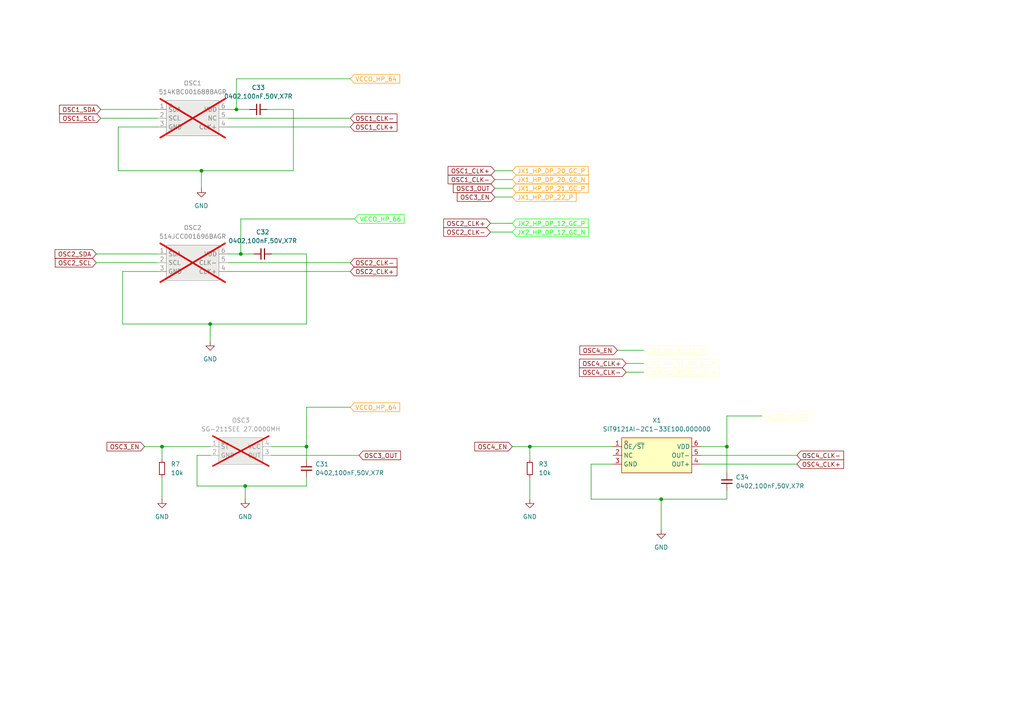
<source format=kicad_sch>
(kicad_sch (version 20231120) (generator "eeschema") (generator_version "8.0")
  (paper "A4")
  (lib_symbols
    (symbol "jlcpcb-basic-capacitor:0402,100nF,50V,X7R "
      (property "Reference" "C" (at 1.71 0.508 0))
      (property "Value" "0402,100nF,50V,X7R " (at 1.71 -1.016 0))
      (symbol "0402,100nF,50V,X7R _0_0"
        (polyline (pts (xy -1.524 -0.508) (xy 1.524 -0.508)) (stroke (width 0.3048)))
        (polyline (pts (xy -1.524 0.508) (xy 1.524 0.508)) (stroke (width 0.3048)))
        (pin passive line (at 0 2.54 270) (length 2.032) (name "~") (number "1"))
        (pin passive line (at 0 -2.54 90) (length 2.032) (name "~") (number "2"))
      )
    )
    (symbol "jlcpcb-basic-resistor-0402:10k"
      (property "Reference" "R" (at 0.762 0.508 0))
      (property "Value" "10k" (at 0.762 -1.016 0))
      (symbol "10k_0_0"
        (rectangle (start -0.762 1.778) (end 0.762 -1.778) (stroke (width 0.2032)))
        (pin passive line (at 0 2.54 270) (length 0.762) (name "~") (number "1"))
        (pin passive line (at 0 -2.54 90) (length 0.762) (name "~") (number "2"))
      )
    )
    (symbol "my_lib:514JCC001696BAGR"
      (property "Reference" "OSC" (at 0 7.62 0))
      (property "Value" "514JCC001696BAGR" (at 0 -7.62 0))
      (symbol "514JCC001696BAGR_0_1"
        (rectangle (start -7.62 5.08) (end 7.62 -5.08) (fill (type background)))
        (circle (center -6.35 3.81) (radius 0.38))
        (pin unspecified line (at -10.16 2.54 0) (length 2.54) (name "SDA") (number "1"))
        (pin unspecified line (at -10.16 0 0) (length 2.54) (name "SCL") (number "2"))
        (pin unspecified line (at -10.16 -2.54 0) (length 2.54) (name "GND") (number "3"))
        (pin unspecified line (at 10.16 -2.54 180) (length 2.54) (name "CLK+") (number "4"))
        (pin unspecified line (at 10.16 0 180) (length 2.54) (name "CLK-") (number "5"))
        (pin unspecified line (at 10.16 2.54 180) (length 2.54) (name "VDD") (number "6"))
      )
    )
    (symbol "my_lib:514KBC001688BAGR"
      (property "Reference" "OSC" (at 0 7.62 0))
      (property "Value" "514KBC001688BAGR" (at 0 -7.62 0))
      (symbol "514KBC001688BAGR_0_1"
        (rectangle (start -7.62 5.08) (end 7.62 -5.08) (fill (type background)))
        (circle (center -6.35 3.81) (radius 0.38))
        (pin unspecified line (at -10.16 2.54 0) (length 2.54) (name "SDA") (number "1"))
        (pin unspecified line (at -10.16 0 0) (length 2.54) (name "SCL") (number "2"))
        (pin unspecified line (at -10.16 -2.54 0) (length 2.54) (name "GND") (number "3"))
        (pin unspecified line (at 10.16 -2.54 180) (length 2.54) (name "CLK+") (number "4"))
        (pin unspecified line (at 10.16 0 180) (length 2.54) (name "NC") (number "5"))
        (pin unspecified line (at 10.16 2.54 180) (length 2.54) (name "VDD") (number "6"))
      )
    )
    (symbol "my_lib:SG-211SEE27.0000MH"
      (property "Reference" "OSC" (at 0 6.35 0))
      (property "Value" "SG-211SEE 27.0000MH" (at 0 -6.35 0))
      (symbol "SG-211SEE27.0000MH_0_1"
        (rectangle (start -6.35 3.81) (end 6.35 -3.81) (fill (type background)))
        (circle (center -5.08 2.54) (radius 0.38))
        (pin unspecified line (at -8.89 1.27 0) (length 2.54) (name "~{ST}") (number "1"))
        (pin unspecified line (at -8.89 -1.27 0) (length 2.54) (name "GND") (number "2"))
        (pin unspecified line (at 8.89 -1.27 180) (length 2.54) (name "OUT") (number "3"))
        (pin unspecified line (at 8.89 1.27 180) (length 2.54) (name "VCC") (number "4"))
      )
    )
    (symbol "my_lib:SIT9121AI-2C1-33E100.000000"
      (property "Reference" "X" (at 0 7.62 0))
      (property "Value" "SIT9121AI-2C1-33E100.000000" (at 0 -7.62 0))
      (symbol "SIT9121AI-2C1-33E100.000000_0_1"
        (rectangle (start -10.16 5.08) (end 10.16 -5.08) (fill (type background)))
        (circle (center -8.89 3.81) (radius 0.38))
        (pin unspecified line (at -12.7 2.54 0) (length 2.54) (name "OE/~{ST}") (number "1"))
        (pin unspecified line (at -12.7 0 0) (length 2.54) (name "NC") (number "2"))
        (pin unspecified line (at -12.7 -2.54 0) (length 2.54) (name "GND") (number "3"))
        (pin unspecified line (at 12.7 -2.54 180) (length 2.54) (name "OUT+") (number "4"))
        (pin unspecified line (at 12.7 0 180) (length 2.54) (name "OUT-") (number "5"))
        (pin unspecified line (at 12.7 2.54 180) (length 2.54) (name "VDD") (number "6"))
      )
    )
    (symbol "power:GND" (power) (pin_numbers hide) (pin_names (offset 0) hide)
      (property "Value" "GND" (at 0 -3.81 0))
      (symbol "GND_0_1"
        (polyline (pts (xy 0 0) (xy 0 -1.27) (xy 1.27 -1.27) (xy 0 -2.54) (xy -1.27 -1.27) (xy 0 -1.27)))
      )
      (symbol "GND_1_1"
        (pin power_in line (at 0 0 270) (length 0) (name "~") (number "1"))
      )
    )
  )
  (junction (at 58.42 49.53))
  (junction (at 210.82 129.54))
  (junction (at 153.67 129.54))
  (junction (at 71.12 140.97))
  (junction (at 46.99 129.54))
  (junction (at 69.85 73.66))
  (junction (at 88.9 129.54))
  (junction (at 191.77 144.78))
  (junction (at 68.58 31.75))
  (junction (at 60.96 93.98))
  (wire (pts (xy 66.04 31.75) (xy 68.58 31.75)))
  (wire (pts (xy 27.94 73.66) (xy 45.72 73.66)))
  (wire (pts (xy 88.9 129.54) (xy 88.9 133.35)))
  (wire (pts (xy 210.82 129.54) (xy 210.82 137.16)))
  (wire (pts (xy 60.96 93.98) (xy 35.56 93.98)))
  (wire (pts (xy 203.2 129.54) (xy 210.82 129.54)))
  (wire (pts (xy 78.74 129.54) (xy 88.9 129.54)))
  (wire (pts (xy 29.21 31.75) (xy 45.72 31.75)))
  (wire (pts (xy 68.58 31.75) (xy 72.39 31.75)))
  (wire (pts (xy 35.56 78.74) (xy 45.72 78.74)))
  (wire (pts (xy 148.59 129.54) (xy 153.67 129.54)))
  (wire (pts (xy 34.29 49.53) (xy 34.29 36.83)))
  (wire (pts (xy 210.82 129.54) (xy 210.82 120.65)))
  (wire (pts (xy 77.47 31.75) (xy 85.09 31.75)))
  (wire (pts (xy 143.51 57.15) (xy 148.59 57.15)))
  (wire (pts (xy 68.58 22.86) (xy 68.58 31.75)))
  (wire (pts (xy 41.91 129.54) (xy 46.99 129.54)))
  (wire (pts (xy 58.42 49.53) (xy 34.29 49.53)))
  (wire (pts (xy 46.99 138.43) (xy 46.99 144.78)))
  (wire (pts (xy 143.51 52.07) (xy 148.59 52.07)))
  (wire (pts (xy 57.15 140.97) (xy 57.15 132.08)))
  (wire (pts (xy 88.9 73.66) (xy 88.9 93.98)))
  (wire (pts (xy 78.74 73.66) (xy 88.9 73.66)))
  (wire (pts (xy 85.09 49.53) (xy 58.42 49.53)))
  (wire (pts (xy 29.21 34.29) (xy 45.72 34.29)))
  (wire (pts (xy 57.15 132.08) (xy 60.96 132.08)))
  (wire (pts (xy 66.04 73.66) (xy 69.85 73.66)))
  (wire (pts (xy 153.67 129.54) (xy 177.8 129.54)))
  (wire (pts (xy 71.12 140.97) (xy 57.15 140.97)))
  (wire (pts (xy 66.04 78.74) (xy 101.6 78.74)))
  (wire (pts (xy 143.51 49.53) (xy 148.59 49.53)))
  (wire (pts (xy 203.2 134.62) (xy 231.14 134.62)))
  (wire (pts (xy 66.04 34.29) (xy 101.6 34.29)))
  (wire (pts (xy 88.9 118.11) (xy 88.9 129.54)))
  (wire (pts (xy 69.85 73.66) (xy 73.66 73.66)))
  (wire (pts (xy 68.58 22.86) (xy 101.6 22.86)))
  (wire (pts (xy 46.99 129.54) (xy 60.96 129.54)))
  (wire (pts (xy 142.24 64.77) (xy 148.59 64.77)))
  (wire (pts (xy 191.77 144.78) (xy 171.45 144.78)))
  (wire (pts (xy 191.77 144.78) (xy 210.82 144.78)))
  (wire (pts (xy 88.9 140.97) (xy 71.12 140.97)))
  (wire (pts (xy 153.67 138.43) (xy 153.67 144.78)))
  (wire (pts (xy 66.04 76.2) (xy 101.6 76.2)))
  (wire (pts (xy 171.45 144.78) (xy 171.45 134.62)))
  (wire (pts (xy 27.94 76.2) (xy 45.72 76.2)))
  (wire (pts (xy 142.24 67.31) (xy 148.59 67.31)))
  (wire (pts (xy 58.42 49.53) (xy 58.42 54.61)))
  (wire (pts (xy 101.6 118.11) (xy 88.9 118.11)))
  (wire (pts (xy 143.51 54.61) (xy 148.59 54.61)))
  (wire (pts (xy 60.96 93.98) (xy 60.96 99.06)))
  (wire (pts (xy 46.99 129.54) (xy 46.99 133.35)))
  (wire (pts (xy 34.29 36.83) (xy 45.72 36.83)))
  (wire (pts (xy 78.74 132.08) (xy 104.14 132.08)))
  (wire (pts (xy 210.82 120.65) (xy 220.98 120.65)))
  (wire (pts (xy 171.45 134.62) (xy 177.8 134.62)))
  (wire (pts (xy 69.85 63.5) (xy 102.87 63.5)))
  (wire (pts (xy 88.9 93.98) (xy 60.96 93.98)))
  (wire (pts (xy 181.61 105.41) (xy 186.69 105.41)))
  (wire (pts (xy 88.9 138.43) (xy 88.9 140.97)))
  (wire (pts (xy 35.56 93.98) (xy 35.56 78.74)))
  (wire (pts (xy 210.82 142.24) (xy 210.82 144.78)))
  (wire (pts (xy 191.77 144.78) (xy 191.77 153.67)))
  (wire (pts (xy 69.85 63.5) (xy 69.85 73.66)))
  (wire (pts (xy 71.12 140.97) (xy 71.12 144.78)))
  (wire (pts (xy 153.67 129.54) (xy 153.67 133.35)))
  (wire (pts (xy 66.04 36.83) (xy 101.6 36.83)))
  (wire (pts (xy 85.09 31.75) (xy 85.09 49.53)))
  (wire (pts (xy 181.61 107.95) (xy 186.69 107.95)))
  (wire (pts (xy 203.2 132.08) (xy 231.14 132.08)))
  (wire (pts (xy 179.07 101.6) (xy 186.69 101.6)))
  (global_label "VCCO_HP_64" (shape input) (at 101.6 22.86 0) (property "Intersheetrefs" "${INTERSHEET_REFS}" (effects (hide yes))))
  (global_label "OSC2_CLK+" (shape input) (at 101.6 78.74 0) (property "Intersheetrefs" "${INTERSHEET_REFS}" (effects (hide yes))))
  (global_label "OSC1_CLK-" (shape input) (at 143.51 52.07 180) (property "Intersheetrefs" "${INTERSHEET_REFS}" (effects (hide yes))))
  (global_label "JX1_HP_DP_21_GC_P" (shape input) (at 148.59 54.61 0) (property "Intersheetrefs" "${INTERSHEET_REFS}" (effects (hide yes))))
  (global_label "OSC4_CLK+" (shape input) (at 231.14 134.62 0) (property "Intersheetrefs" "${INTERSHEET_REFS}" (effects (hide yes))))
  (global_label "VCCO_HP_64" (shape input) (at 101.6 118.11 0) (property "Intersheetrefs" "${INTERSHEET_REFS}" (effects (hide yes))))
  (global_label "JX1_HP_DP_20_GC_P" (shape input) (at 148.59 49.53 0) (property "Intersheetrefs" "${INTERSHEET_REFS}" (effects (hide yes))))
  (global_label "JX2_HD_SE_11_N" (shape input) (at 186.69 101.6 0) (property "Intersheetrefs" "${INTERSHEET_REFS}" (effects (hide yes))))
  (global_label "VCCO_HD_26" (shape input) (at 220.98 120.65 0) (property "Intersheetrefs" "${INTERSHEET_REFS}" (effects (hide yes))))
  (global_label "OSC3_EN" (shape input) (at 41.91 129.54 180) (property "Intersheetrefs" "${INTERSHEET_REFS}" (effects (hide yes))))
  (global_label "OSC4_CLK+" (shape input) (at 181.61 105.41 180) (property "Intersheetrefs" "${INTERSHEET_REFS}" (effects (hide yes))))
  (global_label "VCCO_HP_66" (shape input) (at 102.87 63.5 0) (property "Intersheetrefs" "${INTERSHEET_REFS}" (effects (hide yes))))
  (global_label "OSC3_OUT" (shape input) (at 143.51 54.61 180) (property "Intersheetrefs" "${INTERSHEET_REFS}" (effects (hide yes))))
  (global_label "OSC4_CLK-" (shape input) (at 181.61 107.95 180) (property "Intersheetrefs" "${INTERSHEET_REFS}" (effects (hide yes))))
  (global_label "JX2_HD_SE_05_GC_P" (shape input) (at 186.69 105.41 0) (property "Intersheetrefs" "${INTERSHEET_REFS}" (effects (hide yes))))
  (global_label "OSC2_SCL" (shape input) (at 27.94 76.2 180) (property "Intersheetrefs" "${INTERSHEET_REFS}" (effects (hide yes))))
  (global_label "OSC4_EN" (shape input) (at 148.59 129.54 180) (property "Intersheetrefs" "${INTERSHEET_REFS}" (effects (hide yes))))
  (global_label "JX2_HP_DP_12_GC_N" (shape input) (at 148.59 67.31 0) (property "Intersheetrefs" "${INTERSHEET_REFS}" (effects (hide yes))))
  (global_label "OSC4_EN" (shape input) (at 179.07 101.6 180) (property "Intersheetrefs" "${INTERSHEET_REFS}" (effects (hide yes))))
  (global_label "OSC3_OUT" (shape input) (at 104.14 132.08 0) (property "Intersheetrefs" "${INTERSHEET_REFS}" (effects (hide yes))))
  (global_label "JX2_HP_DP_12_GC_P" (shape input) (at 148.59 64.77 0) (property "Intersheetrefs" "${INTERSHEET_REFS}" (effects (hide yes))))
  (global_label "OSC2_SDA" (shape input) (at 27.94 73.66 180) (property "Intersheetrefs" "${INTERSHEET_REFS}" (effects (hide yes))))
  (global_label "OSC1_CLK-" (shape input) (at 101.6 34.29 0) (property "Intersheetrefs" "${INTERSHEET_REFS}" (effects (hide yes))))
  (global_label "OSC3_EN" (shape input) (at 143.51 57.15 180) (property "Intersheetrefs" "${INTERSHEET_REFS}" (effects (hide yes))))
  (global_label "OSC2_CLK+" (shape input) (at 142.24 64.77 180) (property "Intersheetrefs" "${INTERSHEET_REFS}" (effects (hide yes))))
  (global_label "OSC2_CLK-" (shape input) (at 142.24 67.31 180) (property "Intersheetrefs" "${INTERSHEET_REFS}" (effects (hide yes))))
  (global_label "OSC1_CLK+" (shape input) (at 143.51 49.53 180) (property "Intersheetrefs" "${INTERSHEET_REFS}" (effects (hide yes))))
  (global_label "JX1_HP_DP_20_GC_N" (shape input) (at 148.59 52.07 0) (property "Intersheetrefs" "${INTERSHEET_REFS}" (effects (hide yes))))
  (global_label "OSC1_SDA" (shape input) (at 29.21 31.75 180) (property "Intersheetrefs" "${INTERSHEET_REFS}" (effects (hide yes))))
  (global_label "OSC1_SCL" (shape input) (at 29.21 34.29 180) (property "Intersheetrefs" "${INTERSHEET_REFS}" (effects (hide yes))))
  (global_label "JX2_HD_SE_05_GC_N" (shape input) (at 186.69 107.95 0) (property "Intersheetrefs" "${INTERSHEET_REFS}" (effects (hide yes))))
  (global_label "OSC2_CLK-" (shape input) (at 101.6 76.2 0) (property "Intersheetrefs" "${INTERSHEET_REFS}" (effects (hide yes))))
  (global_label "OSC1_CLK+" (shape input) (at 101.6 36.83 0) (property "Intersheetrefs" "${INTERSHEET_REFS}" (effects (hide yes))))
  (global_label "OSC4_CLK-" (shape input) (at 231.14 132.08 0) (property "Intersheetrefs" "${INTERSHEET_REFS}" (effects (hide yes))))
  (global_label "JX1_HP_DP_22_P" (shape input) (at 148.59 57.15 0) (property "Intersheetrefs" "${INTERSHEET_REFS}" (effects (hide yes))))
  (symbol (lib_id "my_lib:SIT9121AI-2C1-33E100.000000") (at 190.5 132.08 0) (unit 1)
    (property "Reference" "X1" (at 190.5 121.92 0))
    (property "Value" "SIT9121AI-2C1-33E100.000000" (at 190.5 124.46 0))
    (property "Footprint" "my_lib:OSC-SMD_6P-L5.0-W3.2-BL-A" (effects (hide yes)))
    (property "Datasheet" "https://lcsc.com/product-detail/SMD-Oscillators-XO_SiTime-SIT9121AI-2C1-33E100-000000_C401165.html" (effects (hide yes)))
    (property "LCSC Part" "C401165" (effects (hide yes)))
  )
  (symbol (lib_id "power:GND") (at 60.96 99.06 0) (unit 1)
    (property "Reference" "#PWR019" (effects (hide yes)))
    (property "Value" "GND" (at 60.96 104.14 0))
    (property "Description" "Power symbol creates a global label with name \"GND\" , ground" (effects (hide yes)))
  )
  (symbol (lib_id "my_lib:514KBC001688BAGR") (at 55.88 34.29 0) (unit 1) (dnp yes)
    (property "Reference" "OSC1" (at 55.88 24.13 0))
    (property "Value" "514KBC001688BAGR" (at 55.88 26.67 0))
    (property "Footprint" "my_lib:OSC-SMD_6P-L5.0-W3.2-BL-A" (effects (hide yes)))
    (property "LCSC Part" "C2022642" (effects (hide yes)))
  )
  (symbol (lib_id "jlcpcb-basic-capacitor:0402,100nF,50V,X7R ") (at 76.2 73.66 90) (unit 1)
    (property "Reference" "C32" (at 76.2 67.31 90))
    (property "Value" "0402,100nF,50V,X7R" (at 76.2 69.85 90))
    (property "Footprint" "Capacitor_SMD:C_0402_1005Metric" (effects (hide yes)))
    (property "Datasheet" "https://datasheet.lcsc.com/lcsc/1810191222_Samsung-Electro-Mechanics-CL05B104KB54PNC_C307331.pdf" (effects (hide yes)))
    (property "Description" "50V 100nF X7R   10% 0402 Multilayer Ceramic Capacitors MLCC - SMD SMT ROHS" (effects (hide yes)))
    (property "LCSC" "C307331" (effects (hide yes)))
    (property "MFG" "Samsung Electro-Mechanics" (effects (hide yes)))
    (property "MFGPN" "CL05B104KB54PNC" (effects (hide yes)))
  )
  (symbol (lib_id "my_lib:514JCC001696BAGR") (at 55.88 76.2 0) (unit 1) (dnp yes)
    (property "Reference" "OSC2" (at 55.88 66.04 0))
    (property "Value" "514JCC001696BAGR" (at 55.88 68.58 0))
    (property "Footprint" "my_lib:OSC-SMD_6P-L5.0-W3.2-BL-A" (effects (hide yes)))
    (property "LCSC Part" "C2021532" (effects (hide yes)))
  )
  (symbol (lib_id "power:GND") (at 191.77 153.67 0) (unit 1)
    (property "Reference" "#PWR049" (effects (hide yes)))
    (property "Value" "GND" (at 191.77 158.75 0))
    (property "Description" "Power symbol creates a global label with name \"GND\" , ground" (effects (hide yes)))
  )
  (symbol (lib_id "jlcpcb-basic-capacitor:0402,100nF,50V,X7R ") (at 74.93 31.75 90) (unit 1)
    (property "Reference" "C33" (at 74.93 25.4 90))
    (property "Value" "0402,100nF,50V,X7R" (at 74.93 27.94 90))
    (property "Footprint" "Capacitor_SMD:C_0402_1005Metric" (effects (hide yes)))
    (property "Datasheet" "https://datasheet.lcsc.com/lcsc/1810191222_Samsung-Electro-Mechanics-CL05B104KB54PNC_C307331.pdf" (effects (hide yes)))
    (property "Description" "50V 100nF X7R   10% 0402 Multilayer Ceramic Capacitors MLCC - SMD SMT ROHS" (effects (hide yes)))
    (property "LCSC" "C307331" (effects (hide yes)))
    (property "MFG" "Samsung Electro-Mechanics" (effects (hide yes)))
    (property "MFGPN" "CL05B104KB54PNC" (effects (hide yes)))
  )
  (symbol (lib_id "jlcpcb-basic-resistor-0402:10k") (at 46.99 135.89 0) (unit 1)
    (property "Reference" "R7" (at 49.53 134.6199 0) (effects (justify left)))
    (property "Value" "10k" (at 49.53 137.1599 0) (effects (justify left)))
    (property "Footprint" "Resistor_SMD:R_0402_1005Metric" (effects (hide yes)))
    (property "Datasheet" "https://datasheet.lcsc.com/lcsc/2110260030_UNI-ROYAL-Uniroyal-Elec-0402WGF1002TCE_C25744.pdf" (effects (hide yes)))
    (property "Description" "1% 1 16W Thick Film Resistors 50V   100ppm    -55    155   10k   0402 Chip Resistor - Surface Mount ROHS" (effects (hide yes)))
    (property "LCSC" "C25744" (effects (hide yes)))
    (property "MFG" "UNI-ROYAL(Uniroyal Elec)" (effects (hide yes)))
    (property "MFGPN" "0402WGF1002TCE" (effects (hide yes)))
  )
  (symbol (lib_id "power:GND") (at 153.67 144.78 0) (unit 1)
    (property "Reference" "#PWR050" (effects (hide yes)))
    (property "Value" "GND" (at 153.67 149.86 0))
    (property "Description" "Power symbol creates a global label with name \"GND\" , ground" (effects (hide yes)))
  )
  (symbol (lib_id "power:GND") (at 71.12 144.78 0) (unit 1)
    (property "Reference" "#PWR016" (effects (hide yes)))
    (property "Value" "GND" (at 71.12 149.86 0))
    (property "Description" "Power symbol creates a global label with name \"GND\" , ground" (effects (hide yes)))
  )
  (symbol (lib_id "my_lib:SG-211SEE27.0000MH") (at 69.85 130.81 0) (unit 1) (dnp yes)
    (property "Reference" "OSC3" (at 69.85 121.92 0))
    (property "Value" "SG-211SEE 27.0000MH" (at 69.85 124.46 0))
    (property "Footprint" "my_lib:OSC-SMD_4P-L2.5-W2.0-BL_CTS_CA25" (effects (hide yes)))
    (property "LCSC Part" "C1674985" (effects (hide yes)))
  )
  (symbol (lib_id "jlcpcb-basic-resistor-0402:10k") (at 153.67 135.89 0) (unit 1)
    (property "Reference" "R3" (at 156.21 134.6199 0) (effects (justify left)))
    (property "Value" "10k" (at 156.21 137.1599 0) (effects (justify left)))
    (property "Footprint" "Resistor_SMD:R_0402_1005Metric" (effects (hide yes)))
    (property "Datasheet" "https://datasheet.lcsc.com/lcsc/2110260030_UNI-ROYAL-Uniroyal-Elec-0402WGF1002TCE_C25744.pdf" (effects (hide yes)))
    (property "Description" "1% 1 16W Thick Film Resistors 50V   100ppm    -55    155   10k   0402 Chip Resistor - Surface Mount ROHS" (effects (hide yes)))
    (property "LCSC" "C25744" (effects (hide yes)))
    (property "MFG" "UNI-ROYAL(Uniroyal Elec)" (effects (hide yes)))
    (property "MFGPN" "0402WGF1002TCE" (effects (hide yes)))
  )
  (symbol (lib_id "power:GND") (at 58.42 54.61 0) (unit 1)
    (property "Reference" "#PWR020" (effects (hide yes)))
    (property "Value" "GND" (at 58.42 59.69 0))
    (property "Description" "Power symbol creates a global label with name \"GND\" , ground" (effects (hide yes)))
  )
  (symbol (lib_id "power:GND") (at 46.99 144.78 0) (unit 1)
    (property "Reference" "#PWR017" (effects (hide yes)))
    (property "Value" "GND" (at 46.99 149.86 0))
    (property "Description" "Power symbol creates a global label with name \"GND\" , ground" (effects (hide yes)))
  )
  (symbol (lib_id "jlcpcb-basic-capacitor:0402,100nF,50V,X7R ") (at 210.82 139.7 0) (unit 1)
    (property "Reference" "C34" (at 213.36 138.4299 0) (effects (justify left)))
    (property "Value" "0402,100nF,50V,X7R" (at 213.36 140.9699 0) (effects (justify left)))
    (property "Footprint" "Capacitor_SMD:C_0402_1005Metric" (effects (hide yes)))
    (property "Datasheet" "https://datasheet.lcsc.com/lcsc/1810191222_Samsung-Electro-Mechanics-CL05B104KB54PNC_C307331.pdf" (effects (hide yes)))
    (property "Description" "50V 100nF X7R   10% 0402 Multilayer Ceramic Capacitors MLCC - SMD SMT ROHS" (effects (hide yes)))
    (property "LCSC" "C307331" (effects (hide yes)))
    (property "MFG" "Samsung Electro-Mechanics" (effects (hide yes)))
    (property "MFGPN" "CL05B104KB54PNC" (effects (hide yes)))
  )
  (symbol (lib_id "jlcpcb-basic-capacitor:0402,100nF,50V,X7R ") (at 88.9 135.89 0) (unit 1)
    (property "Reference" "C31" (at 91.44 134.6199 0) (effects (justify left)))
    (property "Value" "0402,100nF,50V,X7R" (at 91.44 137.1599 0) (effects (justify left)))
    (property "Footprint" "Capacitor_SMD:C_0402_1005Metric" (effects (hide yes)))
    (property "Datasheet" "https://datasheet.lcsc.com/lcsc/1810191222_Samsung-Electro-Mechanics-CL05B104KB54PNC_C307331.pdf" (effects (hide yes)))
    (property "Description" "50V 100nF X7R   10% 0402 Multilayer Ceramic Capacitors MLCC - SMD SMT ROHS" (effects (hide yes)))
    (property "LCSC" "C307331" (effects (hide yes)))
    (property "MFG" "Samsung Electro-Mechanics" (effects (hide yes)))
    (property "MFGPN" "CL05B104KB54PNC" (effects (hide yes)))
  )
)
</source>
